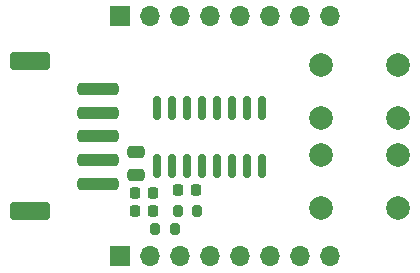
<source format=gbr>
%TF.GenerationSoftware,KiCad,Pcbnew,7.0.9-rc2*%
%TF.CreationDate,2024-02-17T00:19:55-08:00*%
%TF.ProjectId,ch552g_bob,63683535-3267-45f6-926f-622e6b696361,rev?*%
%TF.SameCoordinates,PX791ddc0PY5563218*%
%TF.FileFunction,Soldermask,Bot*%
%TF.FilePolarity,Negative*%
%FSLAX46Y46*%
G04 Gerber Fmt 4.6, Leading zero omitted, Abs format (unit mm)*
G04 Created by KiCad (PCBNEW 7.0.9-rc2) date 2024-02-17 00:19:55*
%MOMM*%
%LPD*%
G01*
G04 APERTURE LIST*
G04 Aperture macros list*
%AMRoundRect*
0 Rectangle with rounded corners*
0 $1 Rounding radius*
0 $2 $3 $4 $5 $6 $7 $8 $9 X,Y pos of 4 corners*
0 Add a 4 corners polygon primitive as box body*
4,1,4,$2,$3,$4,$5,$6,$7,$8,$9,$2,$3,0*
0 Add four circle primitives for the rounded corners*
1,1,$1+$1,$2,$3*
1,1,$1+$1,$4,$5*
1,1,$1+$1,$6,$7*
1,1,$1+$1,$8,$9*
0 Add four rect primitives between the rounded corners*
20,1,$1+$1,$2,$3,$4,$5,0*
20,1,$1+$1,$4,$5,$6,$7,0*
20,1,$1+$1,$6,$7,$8,$9,0*
20,1,$1+$1,$8,$9,$2,$3,0*%
G04 Aperture macros list end*
%ADD10R,1.700000X1.700000*%
%ADD11O,1.700000X1.700000*%
%ADD12C,2.000000*%
%ADD13RoundRect,0.200000X0.200000X0.275000X-0.200000X0.275000X-0.200000X-0.275000X0.200000X-0.275000X0*%
%ADD14RoundRect,0.225000X-0.225000X-0.250000X0.225000X-0.250000X0.225000X0.250000X-0.225000X0.250000X0*%
%ADD15RoundRect,0.150000X-0.150000X0.825000X-0.150000X-0.825000X0.150000X-0.825000X0.150000X0.825000X0*%
%ADD16RoundRect,0.225000X0.225000X0.250000X-0.225000X0.250000X-0.225000X-0.250000X0.225000X-0.250000X0*%
%ADD17RoundRect,0.250000X-0.475000X0.250000X-0.475000X-0.250000X0.475000X-0.250000X0.475000X0.250000X0*%
%ADD18RoundRect,0.250000X1.500000X-0.250000X1.500000X0.250000X-1.500000X0.250000X-1.500000X-0.250000X0*%
%ADD19RoundRect,0.250001X1.449999X-0.499999X1.449999X0.499999X-1.449999X0.499999X-1.449999X-0.499999X0*%
G04 APERTURE END LIST*
D10*
%TO.C,J4*%
X9907000Y-22224000D03*
D11*
X12447000Y-22224000D03*
X14987000Y-22224000D03*
X17527000Y-22224000D03*
X20067000Y-22224000D03*
X22607000Y-22224000D03*
X25147000Y-22224000D03*
X27687000Y-22224000D03*
%TD*%
D10*
%TO.C,J3*%
X9907000Y-1904000D03*
D11*
X12447000Y-1904000D03*
X14987000Y-1904000D03*
X17527000Y-1904000D03*
X20067000Y-1904000D03*
X22607000Y-1904000D03*
X25147000Y-1904000D03*
X27687000Y-1904000D03*
%TD*%
D12*
%TO.C,SW1*%
X33477000Y-6004000D03*
X26977000Y-6004000D03*
X33477000Y-10504000D03*
X26977000Y-10504000D03*
%TD*%
%TO.C,SW2*%
X33477000Y-13624000D03*
X26977000Y-13624000D03*
X33477000Y-18124000D03*
X26977000Y-18124000D03*
%TD*%
D13*
%TO.C,R1*%
X16447000Y-18414000D03*
X14797000Y-18414000D03*
%TD*%
D14*
%TO.C,C3*%
X14834000Y-16636000D03*
X16384000Y-16636000D03*
%TD*%
D15*
%TO.C,U1*%
X13082000Y-9654000D03*
X14352000Y-9654000D03*
X15622000Y-9654000D03*
X16892000Y-9654000D03*
X18162000Y-9654000D03*
X19432000Y-9654000D03*
X20702000Y-9654000D03*
X21972000Y-9654000D03*
X21972000Y-14604000D03*
X20702000Y-14604000D03*
X19432000Y-14604000D03*
X18162000Y-14604000D03*
X16892000Y-14604000D03*
X15622000Y-14604000D03*
X14352000Y-14604000D03*
X13082000Y-14604000D03*
%TD*%
D16*
%TO.C,C2*%
X12713000Y-16891000D03*
X11163000Y-16891000D03*
%TD*%
%TO.C,C1*%
X12713000Y-18415000D03*
X11163000Y-18415000D03*
%TD*%
D13*
%TO.C,R2*%
X14541000Y-19939000D03*
X12891000Y-19939000D03*
%TD*%
D17*
%TO.C,C4*%
X11303000Y-13401000D03*
X11303000Y-15301000D03*
%TD*%
D18*
%TO.C,J2*%
X8057000Y-16065000D03*
X8057000Y-14065000D03*
X8057000Y-12065000D03*
X8057000Y-10065000D03*
X8057000Y-8065000D03*
D19*
X2307000Y-18415000D03*
X2307000Y-5715000D03*
%TD*%
M02*

</source>
